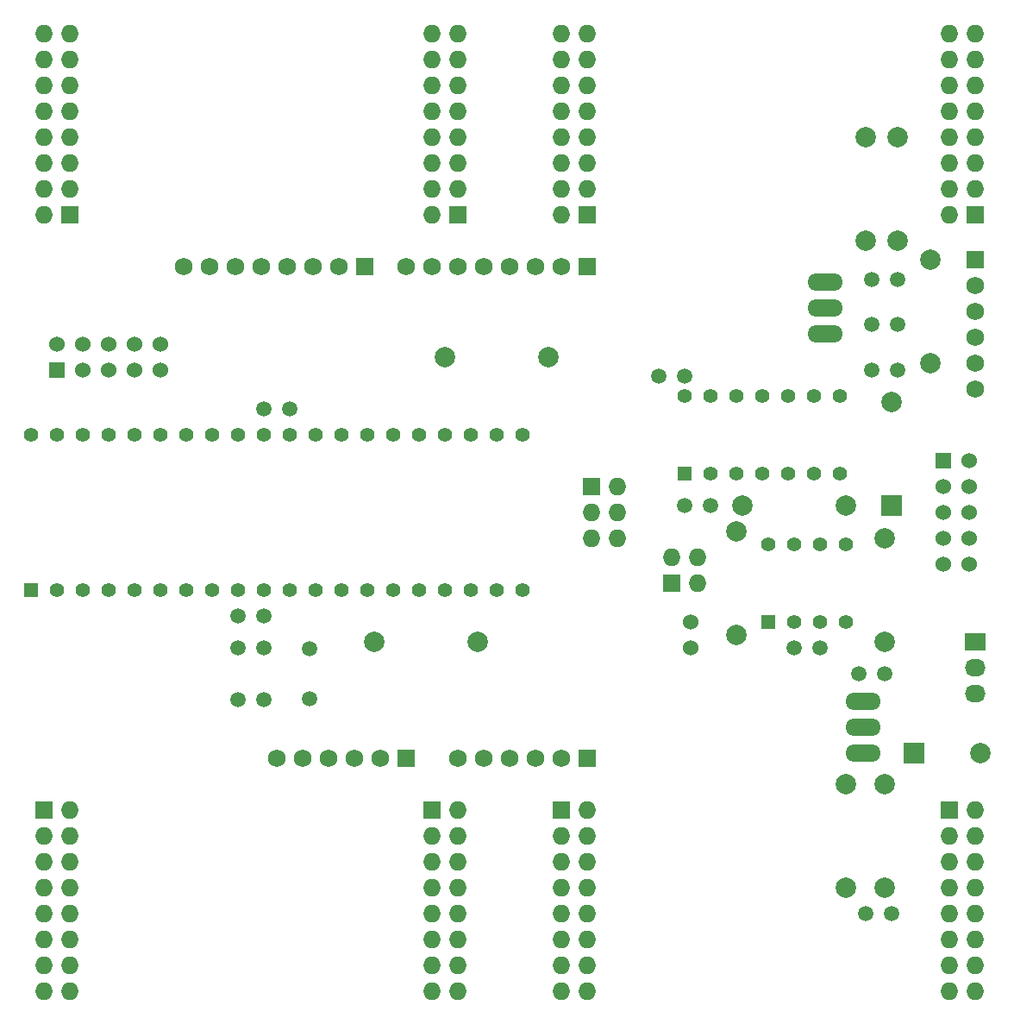
<source format=gbs>
%FSLAX34Y34*%
G04 Gerber Fmt 3.4, Leading zero omitted, Abs format*
G04 (created by PCBNEW (2014-jan-25)-product) date Tue 08 Jul 2014 10:21:01 PM PDT*
%MOIN*%
G01*
G70*
G90*
G04 APERTURE LIST*
%ADD10C,0.005906*%
%ADD11R,0.080000X0.068000*%
%ADD12O,0.080000X0.068000*%
%ADD13R,0.060000X0.060000*%
%ADD14C,0.060000*%
%ADD15R,0.068000X0.068000*%
%ADD16O,0.068000X0.068000*%
%ADD17R,0.055000X0.055000*%
%ADD18C,0.055000*%
%ADD19C,0.059100*%
%ADD20C,0.078700*%
%ADD21R,0.078700X0.078700*%
%ADD22C,0.068000*%
%ADD23O,0.137800X0.066900*%
G04 APERTURE END LIST*
G54D10*
G54D11*
X48000Y-35000D03*
G54D12*
X48000Y-36000D03*
X48000Y-37000D03*
G54D13*
X46750Y-28000D03*
G54D14*
X47750Y-28000D03*
X46750Y-29000D03*
X47750Y-29000D03*
X46750Y-30000D03*
X47750Y-30000D03*
X46750Y-31000D03*
X47750Y-31000D03*
X46750Y-32000D03*
X47750Y-32000D03*
G54D15*
X33150Y-29000D03*
G54D16*
X34150Y-29000D03*
X33150Y-30000D03*
X34150Y-30000D03*
X33150Y-31000D03*
X34150Y-31000D03*
G54D17*
X40000Y-34250D03*
G54D18*
X41000Y-34250D03*
X42000Y-34250D03*
X43000Y-34250D03*
X43000Y-31250D03*
X42000Y-31250D03*
X41000Y-31250D03*
X40000Y-31250D03*
G54D17*
X36750Y-28500D03*
G54D18*
X37750Y-28500D03*
X38750Y-28500D03*
X39750Y-28500D03*
X40750Y-28500D03*
X41750Y-28500D03*
X42750Y-28500D03*
X42750Y-25500D03*
X41750Y-25500D03*
X40750Y-25500D03*
X39750Y-25500D03*
X38750Y-25500D03*
X37750Y-25500D03*
X36750Y-25500D03*
G54D17*
X11500Y-33000D03*
G54D18*
X12500Y-33000D03*
X13500Y-33000D03*
X14500Y-33000D03*
X15500Y-33000D03*
X16500Y-33000D03*
X17500Y-33000D03*
X18500Y-33000D03*
X19500Y-33000D03*
X20500Y-33000D03*
X21500Y-33000D03*
X22500Y-33000D03*
X23500Y-33000D03*
X24500Y-33000D03*
X25500Y-33000D03*
X26500Y-33000D03*
X27500Y-33000D03*
X28500Y-33000D03*
X29500Y-33000D03*
X30500Y-33000D03*
X30500Y-27000D03*
X29500Y-27000D03*
X28500Y-27000D03*
X27500Y-27000D03*
X26500Y-27000D03*
X25500Y-27000D03*
X24500Y-27000D03*
X23500Y-27000D03*
X22500Y-27000D03*
X21500Y-27000D03*
X20500Y-27000D03*
X19500Y-27000D03*
X18500Y-27000D03*
X17500Y-27000D03*
X16500Y-27000D03*
X15500Y-27000D03*
X14500Y-27000D03*
X13500Y-27000D03*
X12500Y-27000D03*
X11500Y-27000D03*
G54D19*
X22250Y-35289D03*
X22250Y-37211D03*
G54D15*
X33000Y-18500D03*
G54D16*
X32000Y-18500D03*
X33000Y-17500D03*
X32000Y-17500D03*
X33000Y-16500D03*
X32000Y-16500D03*
X33000Y-15500D03*
X32000Y-15500D03*
X33000Y-14500D03*
X32000Y-14500D03*
X33000Y-13500D03*
X32000Y-13500D03*
X33000Y-12500D03*
X32000Y-12500D03*
X33000Y-11500D03*
X32000Y-11500D03*
G54D15*
X48000Y-18500D03*
G54D16*
X47000Y-18500D03*
X48000Y-17500D03*
X47000Y-17500D03*
X48000Y-16500D03*
X47000Y-16500D03*
X48000Y-15500D03*
X47000Y-15500D03*
X48000Y-14500D03*
X47000Y-14500D03*
X48000Y-13500D03*
X47000Y-13500D03*
X48000Y-12500D03*
X47000Y-12500D03*
X48000Y-11500D03*
X47000Y-11500D03*
G54D15*
X13000Y-18500D03*
G54D16*
X12000Y-18500D03*
X13000Y-17500D03*
X12000Y-17500D03*
X13000Y-16500D03*
X12000Y-16500D03*
X13000Y-15500D03*
X12000Y-15500D03*
X13000Y-14500D03*
X12000Y-14500D03*
X13000Y-13500D03*
X12000Y-13500D03*
X13000Y-12500D03*
X12000Y-12500D03*
X13000Y-11500D03*
X12000Y-11500D03*
G54D15*
X28000Y-18500D03*
G54D16*
X27000Y-18500D03*
X28000Y-17500D03*
X27000Y-17500D03*
X28000Y-16500D03*
X27000Y-16500D03*
X28000Y-15500D03*
X27000Y-15500D03*
X28000Y-14500D03*
X27000Y-14500D03*
X28000Y-13500D03*
X27000Y-13500D03*
X28000Y-12500D03*
X27000Y-12500D03*
X28000Y-11500D03*
X27000Y-11500D03*
G54D15*
X47000Y-41500D03*
G54D16*
X48000Y-41500D03*
X47000Y-42500D03*
X48000Y-42500D03*
X47000Y-43500D03*
X48000Y-43500D03*
X47000Y-44500D03*
X48000Y-44500D03*
X47000Y-45500D03*
X48000Y-45500D03*
X47000Y-46500D03*
X48000Y-46500D03*
X47000Y-47500D03*
X48000Y-47500D03*
X47000Y-48500D03*
X48000Y-48500D03*
G54D15*
X32000Y-41500D03*
G54D16*
X33000Y-41500D03*
X32000Y-42500D03*
X33000Y-42500D03*
X32000Y-43500D03*
X33000Y-43500D03*
X32000Y-44500D03*
X33000Y-44500D03*
X32000Y-45500D03*
X33000Y-45500D03*
X32000Y-46500D03*
X33000Y-46500D03*
X32000Y-47500D03*
X33000Y-47500D03*
X32000Y-48500D03*
X33000Y-48500D03*
G54D15*
X27000Y-41500D03*
G54D16*
X28000Y-41500D03*
X27000Y-42500D03*
X28000Y-42500D03*
X27000Y-43500D03*
X28000Y-43500D03*
X27000Y-44500D03*
X28000Y-44500D03*
X27000Y-45500D03*
X28000Y-45500D03*
X27000Y-46500D03*
X28000Y-46500D03*
X27000Y-47500D03*
X28000Y-47500D03*
X27000Y-48500D03*
X28000Y-48500D03*
G54D15*
X12000Y-41500D03*
G54D16*
X13000Y-41500D03*
X12000Y-42500D03*
X13000Y-42500D03*
X12000Y-43500D03*
X13000Y-43500D03*
X12000Y-44500D03*
X13000Y-44500D03*
X12000Y-45500D03*
X13000Y-45500D03*
X12000Y-46500D03*
X13000Y-46500D03*
X12000Y-47500D03*
X13000Y-47500D03*
X12000Y-48500D03*
X13000Y-48500D03*
G54D20*
X44750Y-25750D03*
G54D21*
X44750Y-29750D03*
G54D20*
X44500Y-35000D03*
X44500Y-31000D03*
X43750Y-19500D03*
X43750Y-15500D03*
X45000Y-19500D03*
X45000Y-15500D03*
X43000Y-44500D03*
X43000Y-40500D03*
X39000Y-29750D03*
X43000Y-29750D03*
X38750Y-34750D03*
X38750Y-30750D03*
X44500Y-44500D03*
X44500Y-40500D03*
G54D15*
X48000Y-20250D03*
G54D22*
X48000Y-21250D03*
X48000Y-22250D03*
X48000Y-23250D03*
X48000Y-24250D03*
X48000Y-25250D03*
G54D15*
X33000Y-39500D03*
G54D22*
X32000Y-39500D03*
X31000Y-39500D03*
X30000Y-39500D03*
X29000Y-39500D03*
X28000Y-39500D03*
G54D15*
X33000Y-20500D03*
G54D22*
X32000Y-20500D03*
X31000Y-20500D03*
X30000Y-20500D03*
X29000Y-20500D03*
X28000Y-20500D03*
X27000Y-20500D03*
X26000Y-20500D03*
G54D15*
X24400Y-20500D03*
G54D22*
X23400Y-20500D03*
X22400Y-20500D03*
X21400Y-20500D03*
X20400Y-20500D03*
X19400Y-20500D03*
X18400Y-20500D03*
X17400Y-20500D03*
G54D19*
X45000Y-22750D03*
X44000Y-22750D03*
X20500Y-35250D03*
X19500Y-35250D03*
X44000Y-21000D03*
X45000Y-21000D03*
X20500Y-37250D03*
X19500Y-37250D03*
X43500Y-36250D03*
X44500Y-36250D03*
X43750Y-45500D03*
X44750Y-45500D03*
X37750Y-29750D03*
X36750Y-29750D03*
X44000Y-24500D03*
X45000Y-24500D03*
X36750Y-24750D03*
X35750Y-24750D03*
X42000Y-35250D03*
X41000Y-35250D03*
X21500Y-26000D03*
X20500Y-26000D03*
X20500Y-34000D03*
X19500Y-34000D03*
G54D20*
X46250Y-20250D03*
X46250Y-24250D03*
G54D21*
X45620Y-39300D03*
G54D20*
X48180Y-39300D03*
G54D13*
X12500Y-24500D03*
G54D14*
X12500Y-23500D03*
X13500Y-24500D03*
X13500Y-23500D03*
X14500Y-24500D03*
X14500Y-23500D03*
X15500Y-24500D03*
X15500Y-23500D03*
X16500Y-24500D03*
X16500Y-23500D03*
X37000Y-34250D03*
X37000Y-35250D03*
G54D20*
X24750Y-35000D03*
X28750Y-35000D03*
X31500Y-24000D03*
X27500Y-24000D03*
G54D15*
X26000Y-39500D03*
G54D22*
X25000Y-39500D03*
X24000Y-39500D03*
X23000Y-39500D03*
X22000Y-39500D03*
X21000Y-39500D03*
G54D15*
X36250Y-32750D03*
G54D16*
X36250Y-31750D03*
X37250Y-32750D03*
X37250Y-31750D03*
G54D23*
X42200Y-22100D03*
X42200Y-23100D03*
X42200Y-21100D03*
X43650Y-38300D03*
X43650Y-39300D03*
X43650Y-37300D03*
M02*

</source>
